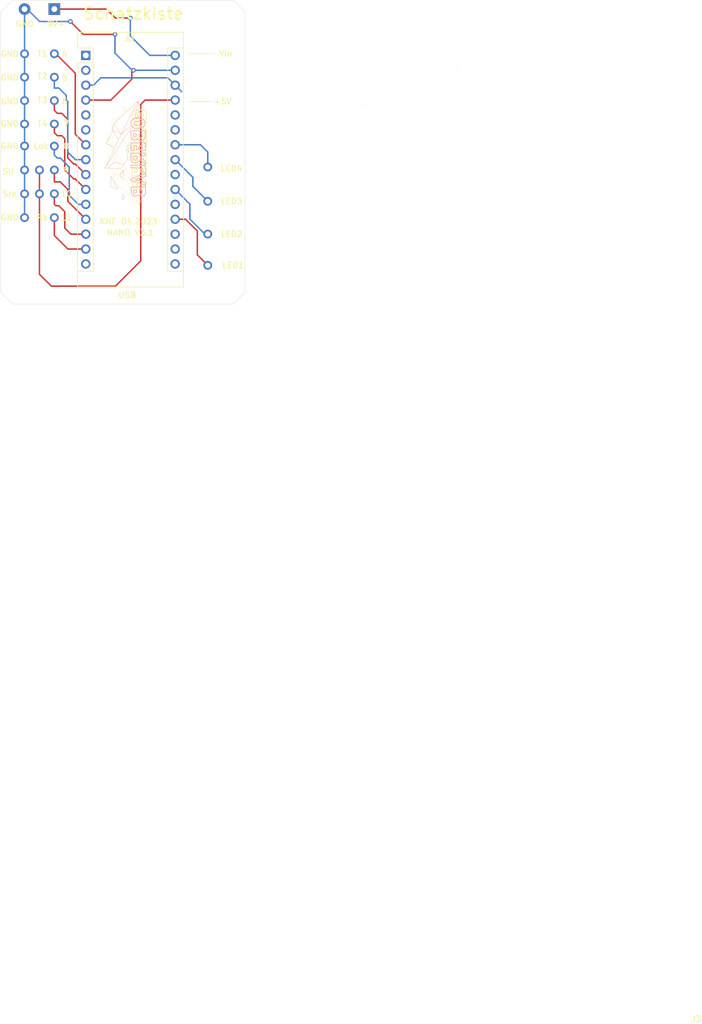
<source format=kicad_pcb>
(kicad_pcb (version 20221018) (generator pcbnew)
  (layers (0 "F.Cu" signal) (31 "B.Cu" signal) (34 "B.Paste" user) (35 "F.Paste" user) (36 "B.SilkS" user "B.Silkscreen") (37 "F.SilkS" user "F.Silkscreen") (38 "B.Mask" user) (39 "F.Mask" user) (44 "Edge.Cuts" user))
  (net 0 "")
  (net 1 "Net-(A1-Pad1)")
  (net 2 "Net-(A1-Pad17)")
  (net 3 "Net-(A1-Pad2)")
  (net 4 "Net-(A1-Pad18)")
  (net 5 "Net-(A1-Pad28)")
  (net 6 "Net-(A1-Pad19)")
  (net 7 "Net-(A1-Pad29)")
  (net 8 "Net-(A1-Pad20)")
  (net 9 "Net-(A1-Pad5)")
  (net 10 "Net-(A1-Pad21)")
  (net 11 "Net-(A1-Pad6)")
  (net 12 "Net-(A1-Pad22)")
  (net 13 "Net-(A1-Pad7)")
  (net 14 "Net-(A1-Pad23)")
  (net 15 "Net-(A1-Pad8)")
  (net 16 "Net-(A1-Pad24)")
  (net 17 "Net-(A1-Pad9)")
  (net 18 "Net-(A1-Pad25)")
  (net 19 "Net-(A1-Pad10)")
  (net 20 "Net-(A1-Pad26)")
  (net 21 "Net-(A1-Pad11)")
  (net 22 "Net-(A1-Pad27)")
  (net 23 "Net-(A1-Pad12)")
  (net 24 "Net-(A1-Pad13)")
  (net 25 "Net-(A1-Pad14)")
  (net 26 "Net-(A1-Pad30)")
  (net 27 "Net-(A1-Pad15)")
  (net 28 "Net-(A1-Pad16)")
  (footprint "Module:Arduino_Nano" (layer "F.Cu") (at 121.951001 312.695001)
    (fp_text reference "A1" (at 7.62 -2.815001) (layer "F.SilkS"))
    (fp_text value "Arduino_Nano_v3.x")
    (fp_line (start -1.4 -3.94) (end -1.4 -1.27) (stroke (width 0.12)) (layer "F.SilkS"))
    (fp_line (start -1.4 1.27) (end -1.4 39.5) (stroke (width 0.12)) (layer "F.SilkS"))
    (fp_line (start -1.4 39.5) (end 16.64 39.5) (stroke (width 0.12)) (layer "F.SilkS"))
    (fp_line (start 1.27 -1.27) (end -1.4 -1.27) (stroke (width 0.12)) (layer "F.SilkS"))
    (fp_line (start 1.27 1.27) (end -1.4 1.27) (stroke (width 0.12)) (layer "F.SilkS"))
    (fp_line (start 1.27 1.27) (end 1.27 -1.27) (stroke (width 0.12)) (layer "F.SilkS"))
    (fp_line (start 1.27 1.27) (end 1.27 36.83) (stroke (width 0.12)) (layer "F.SilkS"))
    (fp_line (start 1.27 36.83) (end -1.4 36.83) (stroke (width 0.12)) (layer "F.SilkS"))
    (fp_line (start 13.97 -1.27) (end 13.97 36.83) (stroke (width 0.12)) (layer "F.SilkS"))
    (fp_line (start 13.97 -1.27) (end 16.64 -1.27) (stroke (width 0.12)) (layer "F.SilkS"))
    (fp_line (start 13.97 36.83) (end 16.64 36.83) (stroke (width 0.12)) (layer "F.SilkS"))
    (fp_line (start 16.64 -3.94) (end -1.4 -3.94) (stroke (width 0.12)) (layer "F.SilkS"))
    (fp_line (start 16.64 39.5) (end 16.64 -3.94) (stroke (width 0.12)) (layer "F.SilkS"))
    (pad "1" thru_hole rect (at 0 0) (size 1.6 1.6) (drill 1) (layers "*.Cu" "*.Mask") (net 1 "Net-(A1-Pad1)"))
    (pad "2" thru_hole oval (at 0 2.54) (size 1.6 1.6) (drill 1) (layers "*.Cu" "*.Mask") (net 3 "Net-(A1-Pad2)"))
    (pad "3" thru_hole oval (at 0 5.08) (size 1.6 1.6) (drill 1) (layers "*.Cu" "*.Mask") (net 5 "Net-(A1-Pad28)"))
    (pad "4" thru_hole oval (at 0 7.62) (size 1.6 1.6) (drill 1) (layers "*.Cu" "*.Mask") (net 7 "Net-(A1-Pad29)"))
    (pad "5" thru_hole oval (at 0 10.16) (size 1.6 1.6) (drill 1) (layers "*.Cu" "*.Mask") (net 9 "Net-(A1-Pad5)"))
    (pad "6" thru_hole oval (at 0 12.7) (size 1.6 1.6) (drill 1) (layers "*.Cu" "*.Mask") (net 11 "Net-(A1-Pad6)"))
    (pad "7" thru_hole oval (at 0 15.24) (size 1.6 1.6) (drill 1) (layers "*.Cu" "*.Mask") (net 13 "Net-(A1-Pad7)"))
    (pad "8" thru_hole oval (at 0 17.78) (size 1.6 1.6) (drill 1) (layers "*.Cu" "*.Mask") (net 15 "Net-(A1-Pad8)"))
    (pad "9" thru_hole oval (at 0 20.32) (size 1.6 1.6) (drill 1) (layers "*.Cu" "*.Mask") (net 17 "Net-(A1-Pad9)"))
    (pad "10" thru_hole oval (at 0 22.86) (size 1.6 1.6) (drill 1) (layers "*.Cu" "*.Mask") (net 19 "Net-(A1-Pad10)"))
    (pad "11" thru_hole oval (at 0 25.4) (size 1.6 1.6) (drill 1) (layers "*.Cu" "*.Mask") (net 21 "Net-(A1-Pad11)"))
    (pad "12" thru_hole oval (at 0 27.94) (size 1.6 1.6) (drill 1) (layers "*.Cu" "*.Mask") (net 23 "Net-(A1-Pad12)"))
    (pad "13" thru_hole oval (at 0 30.48) (size 1.6 1.6) (drill 1) (layers "*.Cu" "*.Mask") (net 24 "Net-(A1-Pad13)"))
    (pad "14" thru_hole oval (at 0 33.02) (size 1.6 1.6) (drill 1) (layers "*.Cu" "*.Mask") (net 25 "Net-(A1-Pad14)"))
    (pad "15" thru_hole oval (at 0 35.56) (size 1.6 1.6) (drill 1) (layers "*.Cu" "*.Mask") (net 27 "Net-(A1-Pad15)"))
    (pad "16" thru_hole oval (at 15.24 35.56) (size 1.6 1.6) (drill 1) (layers "*.Cu" "*.Mask") (net 28 "Net-(A1-Pad16)"))
    (pad "17" thru_hole oval (at 15.24 33.02) (size 1.6 1.6) (drill 1) (layers "*.Cu" "*.Mask") (net 2 "Net-(A1-Pad17)"))
    (pad "18" thru_hole oval (at 15.24 30.48) (size 1.6 1.6) (drill 1) (layers "*.Cu" "*.Mask") (net 4 "Net-(A1-Pad18)"))
    (pad "19" thru_hole oval (at 15.24 27.94) (size 1.6 1.6) (drill 1) (layers "*.Cu" "*.Mask") (net 6 "Net-(A1-Pad19)"))
    (pad "20" thru_hole oval (at 15.24 25.4) (size 1.6 1.6) (drill 1) (layers "*.Cu" "*.Mask") (net 8 "Net-(A1-Pad20)"))
    (pad "21" thru_hole oval (at 15.24 22.86) (size 1.6 1.6) (drill 1) (layers "*.Cu" "*.Mask") (net 10 "Net-(A1-Pad21)"))
    (pad "22" thru_hole oval (at 15.24 20.32) (size 1.6 1.6) (drill 1) (layers "*.Cu" "*.Mask") (net 12 "Net-(A1-Pad22)"))
    (pad "23" thru_hole oval (at 15.24 17.78) (size 1.6 1.6) (drill 1) (layers "*.Cu" "*.Mask") (net 14 "Net-(A1-Pad23)"))
    (pad "24" thru_hole oval (at 15.24 15.24) (size 1.6 1.6) (drill 1) (layers "*.Cu" "*.Mask") (net 16 "Net-(A1-Pad24)"))
    (pad "25" thru_hole oval (at 15.24 12.7) (size 1.6 1.6) (drill 1) (layers "*.Cu" "*.Mask") (net 18 "Net-(A1-Pad25)"))
    (pad "26" thru_hole oval (at 15.24 10.16) (size 1.6 1.6) (drill 1) (layers "*.Cu" "*.Mask") (net 20 "Net-(A1-Pad26)"))
    (pad "27" thru_hole oval (at 15.24 7.62) (size 1.6 1.6) (drill 1) (layers "*.Cu" "*.Mask") (net 22 "Net-(A1-Pad27)"))
    (pad "28" thru_hole oval (at 15.24 5.08) (size 1.6 1.6) (drill 1) (layers "*.Cu" "*.Mask") (net 5 "Net-(A1-Pad28)"))
    (pad "29" thru_hole oval (at 15.24 2.54) (size 1.6 1.6) (drill 1) (layers "*.Cu" "*.Mask") (net 7 "Net-(A1-Pad29)"))
    (pad "30" thru_hole oval (at 15.24 0) (size 1.6 1.6) (drill 1) (layers "*.Cu" "*.Mask") (net 26 "Net-(A1-Pad30)"))
  )
  (footprint "KHF_LIB:9VBAT_khf" (layer "F.Cu") (at 111.506 304.8)
    (fp_text reference "GND" (at 0 2.54) (layer "F.SilkS"))
    (fp_text value "9VBat")
    (pad "1" thru_hole circle (at 0 0) (size 2 2) (drill 1) (layers "*.Cu" "*.Mask") (net 7 "Net-(A1-Pad29)"))
    (pad "2" thru_hole rect (at 5.08 0) (size 2 2) (drill 1) (layers "*.Cu" "*.Mask") (net 26 "Net-(A1-Pad30)"))
  )
  (footprint "!Goody:LP_rund" (layer "F.Cu") (at 142.748 348.488)
    (fp_text reference "LP_rund")
    (fp_text value "LP_rund")
    (pad "1" thru_hole circle (at 0 0) (size 1.5 1.5) (drill 0.9) (layers "*.Cu" "*.Mask") (net 6 "Net-(A1-Pad19)"))
  )
  (footprint "!Goody:LP_rund" (layer "F.Cu") (at 116.586 336.296)
    (fp_text reference "LP_rund")
    (fp_text value "LP_rund")
    (pad "1" thru_hole circle (at 0 0) (size 1.5 1.5) (drill 0.9) (layers "*.Cu" "*.Mask") (net 24 "Net-(A1-Pad13)"))
  )
  (footprint "!Goody:LP_rund" (layer "F.Cu") (at 111.506 312.42)
    (fp_text reference "LP_rund")
    (fp_text value "LP_rund")
    (pad "1" thru_hole circle (at 0 0) (size 1.5 1.5) (drill 0.9) (layers "*.Cu" "*.Mask") (net 7 "Net-(A1-Pad29)"))
  )
  (footprint "!Goody:ob-logo_F.SilkS" (layer "F.Cu") (at 130.048 329.692 90)
    (fp_text reference "G***" hide)
    (fp_text value "LOGO" hide)
    (fp_poly (pts (xy 8.544723 39.045226) (xy 8.608542 39.109045) (xy 8.672361 39.045226) (xy 8.608542 38.981407) (xy 8.544723 39.045226)) (stroke (width 0.01)) (fill solid) (layer "B.SilkS"))
    (fp_line (start -8.55 1) (end -7.225 1.475) (stroke (width 0.05)) (layer "F.SilkS"))
    (fp_line (start -8.55 1) (end -5.65 0.525) (stroke (width 0.05)) (layer "F.SilkS"))
    (fp_line (start -8.55 1) (end -4.65 -3.175) (stroke (width 0.05)) (layer "F.SilkS"))
    (fp_line (start -7.225 1.475) (end -6.4 1.125) (stroke (width 0.05)) (layer "F.SilkS"))
    (fp_line (start -6.15 1.525) (end -5.575 0.725) (stroke (width 0.05)) (layer "F.SilkS"))
    (fp_line (start -5.875 1.15) (end -8.55 1) (stroke (width 0.05)) (layer "F.SilkS"))
    (fp_line (start -5.65 0.525) (end -5.875 1.15) (stroke (width 0.05)) (layer "F.SilkS"))
    (fp_line (start -5.6 1.25) (end -6.15 1.525) (stroke (width 0.05)) (layer "F.SilkS"))
    (fp_line (start -5.6 1.35) (end -5.6 0.65) (stroke (width 0.12)) (layer "F.SilkS"))
    (fp_line (start -5.1 0.65) (end -5.1 1.35) (stroke (width 0.12)) (layer "F.SilkS"))
    (fp_line (start -5.05 0.5) (end -4.725 0.9) (stroke (width 0.05)) (layer "F.SilkS"))
    (fp_line (start -4.725 0.9) (end -5.1 1.075) (stroke (width 0.05)) (layer "F.SilkS"))
    (fp_line (start -4.65 -3.175) (end -3.625 -3.425) (stroke (width 0.05)) (layer "F.SilkS"))
    (fp_line (start -4.65 -3.175) (end -2.9 -1.85) (stroke (width 0.05)) (layer "F.SilkS"))
    (fp_line (start -4.4 0.65) (end -4.4 1.3) (stroke (width 0.12)) (layer "F.SilkS"))
    (fp_line (start -4.2 -0.025) (end 2.9 -4.625) (stroke (width 0.05)) (layer "F.SilkS"))
    (fp_line (start -3.9 0.65) (end -3.9 1.35) (stroke (width 0.12)) (layer "F.SilkS"))
    (fp_line (start -3.625 -3.425) (end -2.9 -1.85) (stroke (width 0.05)) (layer "F.SilkS"))
    (fp_line (start -3.525 -3.25) (end -1.95 -2.35) (stroke (width 0.05)) (layer "F.SilkS"))
    (fp_line (start -3.5 2.25) (end -2.3 2.25) (stroke (width 0.12)) (layer "F.SilkS"))
    (fp_line (start -3.45 -0.2) (end -3.5 2.25) (stroke (width 0.12)) (layer "F.SilkS"))
    (fp_line (start -2.95 0.2) (end -2.7 0.2) (stroke (width 0.12)) (layer "F.SilkS"))
    (fp_line (start -2.95 0.25) (end -2.95 0.7) (stroke (width 0.12)) (layer "F.SilkS"))
    (fp_line (start -2.95 0.7) (end -2.65 0.7) (stroke (width 0.12)) (layer "F.SilkS"))
    (fp_line (start -2.95 1.2) (end -2.95 1.7) (stroke (width 0.12)) (layer "F.SilkS"))
    (fp_line (start -2.95 1.7) (end -2.5 1.7) (stroke (width 0.12)) (layer "F.SilkS"))
    (fp_line (start -2.949999 1.19505) (end -2.549999 1.19505) (stroke (width 0.12)) (layer "F.SilkS"))
    (fp_line (start -2.9 -1.85) (end -8.55 1) (stroke (width 0.05)) (layer "F.SilkS"))
    (fp_line (start -2.9 -1.85) (end -4.375 -0.125) (stroke (width 0.05)) (layer "F.SilkS"))
    (fp_line (start -2.55 -0.186395) (end -3.45 -0.2) (stroke (width 0.12)) (layer "F.SilkS"))
    (fp_line (start -1.45 2.25) (end -1.35 2.25) (stroke (width 0.12)) (layer "F.SilkS"))
    (fp_line (start -1.4 -0.2) (end -1.45 2.25) (stroke (width 0.12)) (layer "F.SilkS"))
    (fp_line (start -1.35 2.25) (end -0.1 2.25) (stroke (width 0.12)) (layer "F.SilkS"))
    (fp_line (start -1.325 -4.425) (end -3.525 -3.25) (stroke (width 0.05)) (layer "F.SilkS"))
    (fp_line (start -1.325 -4.425) (end -0.575 -3) (stroke (width 0.05)) (layer "F.SilkS"))
    (fp_line (start -0.975 -0.225) (end -0.2 -0.825) (stroke (width 0.05)) (layer "F.SilkS"))
    (fp_line (start -0.95 0.3) (end -0.1 0.3) (stroke (width 0.12)) (layer "F.SilkS"))
    (fp_line (start -0.95 0.75) (end -0.95 0.3) (stroke (width 0.12)) (layer "F.SilkS"))
    (fp_line (start -0.95 1.2) (end -0.3 1.2) (stroke (width 0.12)) (layer "F.SilkS"))
    (fp_line (start -0.95 1.75) (end -0.95 1.2) (stroke (width 0.12)) (layer "F.SilkS"))
    (fp_line (start -0.575 -3) (end -2.9 -1.85) (stroke (width 0.05)) (layer "F.SilkS"))
    (fp_line (start -0.575 -3) (end 2.9 -4.625) (stroke (width 0.05)) (layer "F.SilkS"))
    (fp_line (start -0.325 -1) (end -2.15 -0.1) (stroke (width 0.05)) (layer "F.SilkS"))
    (fp_line (start -0.3 0.75) (end -0.95 0.75) (stroke (width 0.12)) (layer "F.SilkS"))
    (fp_line (start -0.3 1.2) (end -0.3 0.75) (stroke (width 0.12)) (layer "F.SilkS"))
    (fp_line (start -0.2 -0.825) (end 0.2 -0.55) (stroke (width 0.05)) (layer "F.SilkS"))
    (fp_line (start -0.1 -0.2) (end -1.4 -0.2) (stroke (width 0.12)) (layer "F.SilkS"))
    (fp_line (start -0.1 0.3) (end -0.1 -0.2) (stroke (width 0.12)) (layer "F.SilkS"))
    (fp_line (start -0.1 1.75) (end -0.95 1.75) (stroke (width 0.12)) (layer "F.SilkS"))
    (fp_line (start -0.1 2.25) (end -0.1 1.75) (stroke (width 0.12)) (layer "F.SilkS"))
    (fp_line (start 0.2 -0.55) (end -0.775 -0.2) (stroke (width 0.05)) (layer "F.SilkS"))
    (fp_line (start 0.35 -0.2) (end 0.35 2.25) (stroke (width 0.12)) (layer "F.SilkS"))
    (fp_line (start 0.35 2.25) (end 0.8 2.25) (stroke (width 0.12)) (layer "F.SilkS"))
    (fp_line (start 0.8 1.3) (end 0.95 1.3) (stroke (width 0.12)) (layer "F.SilkS"))
    (fp_line (start 0.8 2.25) (end 0.8 1.3) (stroke (width 0.12)) (layer "F.SilkS"))
    (fp_line (start 0.85 0.25) (end 0.85 0.8) (stroke (width 0.12)) (layer "F.SilkS"))
    (fp_line (start 0.85 0.8) (end 1.35 0.8) (stroke (width 0.12)) (layer "F.SilkS"))
    (fp_line (start 0.95 1.3) (end 1.7 2.25) (stroke (width 0.12)) (layer "F.SilkS"))
    (fp_line (start 1.3 0.25) (end 0.85 0.25) (stroke (width 0.12)) (layer "F.SilkS"))
    (fp_line (start 1.35 -0.775) (end -0.325 -1) (stroke (width 0.05)) (layer "F.SilkS"))
    (fp_line (start 1.458731 -0.205406) (end 0.35 -0.2) (stroke (width 0.12)) (layer "F.SilkS"))
    (fp_line (start 1.7 2.25) (end 2.1 2.25) (stroke (width 0.12)) (layer "F.SilkS"))
    (fp_line (start 1.8 -3) (end 2.375 -1.5) (stroke (width 0.05)) (layer "F.SilkS"))
    (fp_line (start 2.1 2.25) (end 2.2 2.25) (stroke (width 0.12)) (layer "F.SilkS"))
    (fp_line (start 2.2 2.25) (end 1.5 1.3) (stroke (width 0.12)) (layer "F.SilkS"))
    (fp_line (start 2.375 2.25) (end 2.4 -0.2) (stroke (width 0.12)) (layer "F.SilkS"))
    (fp_line (start 2.4 -0.2) (end 2.85 -0.2) (stroke (width 0.12)) (layer "F.SilkS"))
    (fp_line (start 2.85 -0.2) (end 2.875 1.8) (stroke (width 0.12)) (layer "F.SilkS"))
    (fp_line (start 2.875 1.8) (end 3.625 1.8) (stroke (width 0.12)) (layer "F.SilkS"))
    (fp_line (start 2.9 -4.625) (end 2.975 -1.9) (stroke (width 0.05)) (layer "F.SilkS"))
    (fp_line (start 2.925 -4.225) (end 1.8 -3) (stroke (width 0.05)) (layer "F.SilkS"))
    (fp_line (start 2.975 -1.9) (end 1.35 -0.775) (stroke (width 0.05)) (layer "F.SilkS"))
    (fp_line (start 3.125 -1.45) (end 4.125 -2.125) (stroke (width 0.05)) (layer "F.SilkS"))
    (fp_line (start 3.625 1.8) (end 3.625 2.25) (stroke (width 0.12)) (layer "F.SilkS"))
    (fp_line (start 3.625 2.25) (end 2.375 2.25) (stroke (width 0.12)) (layer "F.SilkS"))
    (fp_line (start 4.125 -2.125) (end 4.825 -1.55) (stroke (width 0.05)) (layer "F.SilkS"))
    (fp_line (start 4.25 -3.6) (end 6.4 -2.475) (stroke (width 0.05)) (layer "F.SilkS"))
    (fp_line (start 4.3 2.275) (end 3.8 2.275) (stroke (width 0.12)) (layer "F.SilkS"))
    (fp_line (start 4.3 2.275) (end 4.55 1.675) (stroke (width 0.12)) (layer "F.SilkS"))
    (fp_line (start 4.55 1.675) (end 5.15 1.675) (stroke (width 0.12)) (layer "F.SilkS"))
    (fp_line (start 4.575 1.275) (end 5.075 1.275) (stroke (width 0.12)) (layer "F.SilkS"))
    (fp_line (start 4.7 -0.175) (end 3.8 2.275) (stroke (width 0.12)) (layer "F.SilkS"))
    (fp_line (start 4.825 -1.55) (end 3.15 -1.45) (stroke (width 0.05)) (layer "F.SilkS"))
    (fp_line (start 4.85 0.525) (end 4.575 1.275) (stroke (width 0.12)) (layer "F.SilkS"))
    (fp_line (start 5.025 -0.175) (end 4.7 -0.175) (stroke (width 0.12)) (layer "F.SilkS"))
    (fp_line (start 5.075 1.275) (end 4.85 0.525) (stroke (width 0.12)) (layer "F.SilkS"))
    (fp_line (start 5.15 1.675) (end 5.4 2.275) (stroke (width 0.12)) (layer "F.SilkS"))
    (fp_line (start 5.4 2.275) (end 5.8 2.275) (stroke (width 0.12)) (layer "F.SilkS"))
    (fp_line (start 5.8 2.275) (end 5.025 -0.175) (stroke (width 0.12)) (layer "F.SilkS"))
    (fp_line (start 6.05 -3.65) (end 4.25 -3.6) (stroke (width 0.05)) (layer "F.SilkS"))
    (fp_line (start 6.075 2.275) (end 7.275 2.275) (stroke (width 0.12)) (layer "F.SilkS"))
    (fp_line (start 6.125 -0.175) (end 6.075 2.275) (stroke (width 0.12)) (layer "F.SilkS"))
    (fp_line (start 6.4 -2.475) (end 6.05 -3.65) (stroke (width 0.05)) (layer "F.SilkS"))
    (fp_line (start 6.625 0.225) (end 6.875 0.225) (stroke (width 0.12)) (layer "F.SilkS"))
    (fp_line (start 6.625 0.275) (end 6.625 0.725) (stroke (width 0.12)) (layer "F.SilkS"))
    (fp_line (start 6.625 0.725) (end 6.925 0.725) (stroke (width 0.12)) (layer "F.SilkS"))
    (fp_line (start 6.625 1.225) (end 6.625 1.725) (stroke (width 0.12)) (layer "F.SilkS"))
    (fp_line (start 6.625 1.725) (end 7.075 1.725) (stroke (width 0.12)) (layer "F.SilkS"))
    (fp_line (start 6.625001 1.22005) (end 7.025001 1.22005) (stroke (width 0.12)) (layer "F.SilkS"))
    (fp_line (start 7.025 -0.161395) (end 6.125 -0.175) (stroke (width 0.12)) (layer "F.SilkS"))
    (fp_line (start 7.35 -1.6) (end 8.35 -1.75) (stroke (width 0.05)) (layer "F.SilkS"))
    (fp_line (start 7.775 -1.275) (end 7.35 -1.6) (stroke (width 0.05)) (layer "F.SilkS"))
    (fp_line (start 8.35 -1.75) (end 7.775 -1.275) (stroke (width 0.05)) (layer "F.SilkS"))
    (fp_arc (start -5.6 0.65) (mid -4.75 -0.2) (end -3.9 0.65) (stroke (width 0.12)) (layer "F.SilkS"))
    (fp_arc (start -5.1 0.65) (mid -4.75 0.3) (end -4.4 0.65) (stroke (width 0.12)) (layer "F.SilkS"))
    (fp_arc (start -4.4 1.35) (mid -4.75 1.7) (end -5.1 1.35) (stroke (width 0.12)) (layer "F.SilkS"))
    (fp_arc (start -3.9 1.35) (mid -4.75 2.2) (end -5.6 1.35) (stroke (width 0.12)) (layer "F.SilkS"))
    (fp_arc (start -2.710634 0.207464) (mid -2.401873 0.419454) (end -2.65 0.7) (stroke (width 0.12)) (layer "F.SilkS"))
    (fp_arc (start -2.55 -0.186395) (mid -1.962048 0.206462) (end -2.100001 0.899999) (stroke (width 0.12)) (layer "F.SilkS"))
    (fp_arc (start -2.549999 1.19505) (mid -2.296291 1.424879) (end -2.500001 1.699999) (stroke (width 0.12)) (layer "F.SilkS"))
    (fp_arc (start -2.123744 0.941063) (mid -1.813346 1.649195) (end -2.300001 2.249999) (stroke (width 0.12)) (layer "F.SilkS"))
    (fp_arc (start 1.349999 0.250001) (mid 1.527075 0.525) (end 1.349999 0.799999) (stroke (width 0.12)) (layer "F.SilkS"))
    (fp_arc (start 1.458731 -0.205406) (mid 1.991844 0.516428) (end 1.474999 1.249999) (stroke (width 0.12)) (layer "F.SilkS"))
    (fp_arc (start 6.864366 0.232464) (mid 7.173127 0.444454) (end 6.925 0.725) (stroke (width 0.12)) (layer "F.SilkS"))
    (fp_arc (start 7.025 -0.161395) (mid 7.612952 0.231462) (end 7.474999 0.924999) (stroke (width 0.12)) (layer "F.SilkS"))
    (fp_arc (start 7.025001 1.22005) (mid 7.278709 1.449879) (end 7.074999 1.724999) (stroke (width 0.12)) (layer "F.SilkS"))
    (fp_arc (start 7.451256 0.966063) (mid 7.761654 1.674195) (end 7.274999 2.274999) (stroke (width 0.12)) (layer "F.SilkS"))
  )
  (footprint "!Goody:ob-logo_B.SilkS" (layer "F.Cu") (at 146.05 323.596 90)
    (fp_text reference "G***" hide)
    (fp_text value "LOGO" hide)
    (fp_line (start -13.775 -17.95) (end -13.2 -17.475) (stroke (width 0.05)) (layer "B.SilkS"))
    (fp_line (start -13.2 -17.475) (end -12.775 -17.8) (stroke (width 0.05)) (layer "B.SilkS"))
    (fp_line (start -12.775 -17.8) (end -13.775 -17.95) (stroke (width 0.05)) (layer "B.SilkS"))
    (fp_line (start -12.45 -16.361395) (end -11.55 -16.375) (stroke (width 0.12)) (layer "B.SilkS"))
    (fp_line (start -12.050001 -14.97995) (end -12.450001 -14.97995) (stroke (width 0.12)) (layer "B.SilkS"))
    (fp_line (start -12.05 -15.975) (end -12.3 -15.975) (stroke (width 0.12)) (layer "B.SilkS"))
    (fp_line (start -12.05 -15.925) (end -12.05 -15.475) (stroke (width 0.12)) (layer "B.SilkS"))
    (fp_line (start -12.05 -15.475) (end -12.35 -15.475) (stroke (width 0.12)) (layer "B.SilkS"))
    (fp_line (start -12.05 -14.975) (end -12.05 -14.475) (stroke (width 0.12)) (layer "B.SilkS"))
    (fp_line (start -12.05 -14.475) (end -12.5 -14.475) (stroke (width 0.12)) (layer "B.SilkS"))
    (fp_line (start -11.825 -18.675) (end -11.475 -19.85) (stroke (width 0.05)) (layer "B.SilkS"))
    (fp_line (start -11.55 -16.375) (end -11.5 -13.925) (stroke (width 0.12)) (layer "B.SilkS"))
    (fp_line (start -11.5 -13.925) (end -12.7 -13.925) (stroke (width 0.12)) (layer "B.SilkS"))
    (fp_line (start -11.475 -19.85) (end -9.675 -19.8) (stroke (width 0.05)) (layer "B.SilkS"))
    (fp_line (start -11.225 -13.925) (end -10.45 -16.375) (stroke (width 0.12)) (layer "B.SilkS"))
    (fp_line (start -10.825 -13.925) (end -11.225 -13.925) (stroke (width 0.12)) (layer "B.SilkS"))
    (fp_line (start -10.575 -14.525) (end -10.825 -13.925) (stroke (width 0.12)) (layer "B.SilkS"))
    (fp_line (start -10.5 -14.925) (end -10.275 -15.675) (stroke (width 0.12)) (layer "B.SilkS"))
    (fp_line (start -10.45 -16.375) (end -10.125 -16.375) (stroke (width 0.12)) (layer "B.SilkS"))
    (fp_line (start -10.275 -15.675) (end -10 -14.925) (stroke (width 0.12)) (layer "B.SilkS"))
    (fp_line (start -10.25 -17.75) (end -8.575 -17.65) (stroke (width 0.05)) (layer "B.SilkS"))
    (fp_line (start -10.125 -16.375) (end -9.225 -13.925) (stroke (width 0.12)) (layer "B.SilkS"))
    (fp_line (start -10 -14.925) (end -10.5 -14.925) (stroke (width 0.12)) (layer "B.SilkS"))
    (fp_line (start -9.975 -14.525) (end -10.575 -14.525) (stroke (width 0.12)) (layer "B.SilkS"))
    (fp_line (start -9.725 -13.925) (end -9.975 -14.525) (stroke (width 0.12)) (layer "B.SilkS"))
    (fp_line (start -9.725 -13.925) (end -9.225 -13.925) (stroke (width 0.12)) (layer "B.SilkS"))
    (fp_line (start -9.675 -19.8) (end -11.825 -18.675) (stroke (width 0.05)) (layer "B.SilkS"))
    (fp_line (start -9.55 -18.325) (end -10.25 -17.75) (stroke (width 0.05)) (layer "B.SilkS"))
    (fp_line (start -9.05 -14.4) (end -9.05 -13.95) (stroke (width 0.12)) (layer "B.SilkS"))
    (fp_line (start -9.05 -13.95) (end -7.8 -13.95) (stroke (width 0.12)) (layer "B.SilkS"))
    (fp_line (start -8.55 -17.65) (end -9.55 -18.325) (stroke (width 0.05)) (layer "B.SilkS"))
    (fp_line (start -8.4 -18.1) (end -6.775 -16.975) (stroke (width 0.05)) (layer "B.SilkS"))
    (fp_line (start -8.35 -20.425) (end -7.225 -19.2) (stroke (width 0.05)) (layer "B.SilkS"))
    (fp_line (start -8.325 -20.825) (end -8.4 -18.1) (stroke (width 0.05)) (layer "B.SilkS"))
    (fp_line (start -8.3 -14.4) (end -9.05 -14.4) (stroke (width 0.12)) (layer "B.SilkS"))
    (fp_line (start -8.275 -16.4) (end -8.3 -14.4) (stroke (width 0.12)) (layer "B.SilkS"))
    (fp_line (start -7.825 -16.4) (end -8.275 -16.4) (stroke (width 0.12)) (layer "B.SilkS"))
    (fp_line (start -7.8 -13.95) (end -7.825 -16.4) (stroke (width 0.12)) (layer "B.SilkS"))
    (fp_line (start -7.625 -13.95) (end -6.925 -14.9) (stroke (width 0.12)) (layer "B.SilkS"))
    (fp_line (start -7.525 -13.95) (end -7.625 -13.95) (stroke (width 0.12)) (layer "B.SilkS"))
    (fp_line (start -7.225 -19.2) (end -7.8 -17.7) (stroke (width 0.05)) (layer "B.SilkS"))
    (fp_line (start -7.125 -13.95) (end -7.525 -13.95) (stroke (width 0.12)) (layer "B.SilkS"))
    (fp_line (start -6.883731 -16.405406) (end -5.775 -16.4) (stroke (width 0.12)) (layer "B.SilkS"))
    (fp_line (start -6.775 -16.975) (end -5.1 -17.2) (stroke (width 0.05)) (layer "B.SilkS"))
    (fp_line (start -6.725 -15.95) (end -6.275 -15.95) (stroke (width 0.12)) (layer "B.SilkS"))
    (fp_line (start -6.375 -14.9) (end -7.125 -13.95) (stroke (width 0.12)) (layer "B.SilkS"))
    (fp_line (start -6.275 -15.95) (end -6.275 -15.4) (stroke (width 0.12)) (layer "B.SilkS"))
    (fp_line (start -6.275 -15.4) (end -6.775 -15.4) (stroke (width 0.12)) (layer "B.SilkS"))
    (fp_line (start -6.225 -14.9) (end -6.375 -14.9) (stroke (width 0.12)) (layer "B.SilkS"))
    (fp_line (start -6.225 -13.95) (end -6.225 -14.9) (stroke (width 0.12)) (layer "B.SilkS"))
    (fp_line (start -5.775 -16.4) (end -5.775 -13.95) (stroke (width 0.12)) (layer "B.SilkS"))
    (fp_line (start -5.775 -13.95) (end -6.225 -13.95) (stroke (width 0.12)) (layer "B.SilkS"))
    (fp_line (start -5.625 -16.75) (end -4.65 -16.4) (stroke (width 0.05)) (layer "B.SilkS"))
    (fp_line (start -5.325 -16.4) (end -4.025 -16.4) (stroke (width 0.12)) (layer "B.SilkS"))
    (fp_line (start -5.325 -15.9) (end -5.325 -16.4) (stroke (width 0.12)) (layer "B.SilkS"))
    (fp_line (start -5.325 -14.45) (end -4.475 -14.45) (stroke (width 0.12)) (layer "B.SilkS"))
    (fp_line (start -5.325 -13.95) (end -5.325 -14.45) (stroke (width 0.12)) (layer "B.SilkS"))
    (fp_line (start -5.225 -17.025) (end -5.625 -16.75) (stroke (width 0.05)) (layer "B.SilkS"))
    (fp_line (start -5.125 -15.45) (end -4.475 -15.45) (stroke (width 0.12)) (layer "B.SilkS"))
    (fp_line (start -5.125 -15) (end -5.125 -15.45) (stroke (width 0.12)) (layer "B.SilkS"))
    (fp_line (start -5.1 -17.2) (end -3.275 -16.3) (stroke (width 0.05)) (layer "B.SilkS"))
    (fp_line (start -4.85 -19.2) (end -8.325 -20.825) (stroke (width 0.05)) (layer "B.SilkS"))
    (fp_line (start -4.85 -19.2) (end -2.525 -18.05) (stroke (width 0.05)) (layer "B.SilkS"))
    (fp_line (start -4.475 -15.9) (end -5.325 -15.9) (stroke (width 0.12)) (layer "B.SilkS"))
    (fp_line (start -4.475 -15.45) (end -4.475 -15.9) (stroke (width 0.12)) (layer "B.SilkS"))
    (fp_line (start -4.475 -15) (end -5.125 -15) (stroke (width 0.12)) (layer "B.SilkS"))
    (fp_line (start -4.475 -14.45) (end -4.475 -15) (stroke (width 0.12)) (layer "B.SilkS"))
    (fp_line (start -4.45 -16.425) (end -5.225 -17.025) (stroke (width 0.05)) (layer "B.SilkS"))
    (fp_line (start -4.1 -20.625) (end -4.85 -19.2) (stroke (width 0.05)) (layer "B.SilkS"))
    (fp_line (start -4.1 -20.625) (end -1.9 -19.45) (stroke (width 0.05)) (layer "B.SilkS"))
    (fp_line (start -4.075 -13.95) (end -5.325 -13.95) (stroke (width 0.12)) (layer "B.SilkS"))
    (fp_line (start -4.025 -16.4) (end -3.975 -13.95) (stroke (width 0.12)) (layer "B.SilkS"))
    (fp_line (start -3.975 -13.95) (end -4.075 -13.95) (stroke (width 0.12)) (layer "B.SilkS"))
    (fp_line (start -2.875 -16.386395) (end -1.975 -16.4) (stroke (width 0.12)) (layer "B.SilkS"))
    (fp_line (start -2.525 -18.05) (end -1.05 -16.325) (stroke (width 0.05)) (layer "B.SilkS"))
    (fp_line (start -2.525 -18.05) (end 3.125 -15.2) (stroke (width 0.05)) (layer "B.SilkS"))
    (fp_line (start -2.475001 -15.00495) (end -2.875001 -15.00495) (stroke (width 0.12)) (layer "B.SilkS"))
    (fp_line (start -2.475 -16) (end -2.725 -16) (stroke (width 0.12)) (layer "B.SilkS"))
    (fp_line (start -2.475 -15.95) (end -2.475 -15.5) (stroke (width 0.12)) (layer "B.SilkS"))
    (fp_line (start -2.475 -15.5) (end -2.775 -15.5) (stroke (width 0.12)) (layer "B.SilkS"))
    (fp_line (start -2.475 -15) (end -2.475 -14.5) (stroke (width 0.12)) (layer "B.SilkS"))
    (fp_line (start -2.475 -14.5) (end -2.925 -14.5) (stroke (width 0.12)) (layer "B.SilkS"))
    (fp_line (start -1.975 -16.4) (end -1.925 -13.95) (stroke (width 0.12)) (layer "B.SilkS"))
    (fp_line (start -1.925 -13.95) (end -3.125 -13.95) (stroke (width 0.12)) (layer "B.SilkS"))
    (fp_line (start -1.9 -19.45) (end -3.475 -18.55) (stroke (width 0.05)) (layer "B.SilkS"))
    (fp_line (start -1.8 -19.625) (end -2.525 -18.05) (stroke (width 0.05)) (layer "B.SilkS"))
    (fp_line (start -1.525 -15.55) (end -1.525 -14.85) (stroke (width 0.12)) (layer "B.SilkS"))
    (fp_line (start -1.225 -16.225) (end -8.325 -20.825) (stroke (width 0.05)) (layer "B.SilkS"))
    (fp_line (start -1.025 -15.55) (end -1.025 -14.9) (stroke (width 0.12)) (layer "B.SilkS"))
    (fp_line (start -0.775 -19.375) (end -2.525 -18.05) (stroke (width 0.05)) (layer "B.SilkS"))
    (fp_line (start -0.775 -19.375) (end -1.8 -19.625) (stroke (width 0.05)) (layer "B.SilkS"))
    (fp_line (start -0.7 -15.3) (end -0.325 -15.125) (stroke (width 0.05)) (layer "B.SilkS"))
    (fp_line (start -0.375 -15.7) (end -0.7 -15.3) (stroke (width 0.05)) (layer "B.SilkS"))
    (fp_line (start -0.325 -15.55) (end -0.325 -14.85) (stroke (width 0.12)) (layer "B.SilkS"))
    (fp_line (start 0.175 -14.95) (end 0.725 -14.675) (stroke (width 0.05)) (layer "B.SilkS"))
    (fp_line (start 0.175 -14.85) (end 0.175 -15.55) (stroke (width 0.12)) (layer "B.SilkS"))
    (fp_line (start 0.225 -15.675) (end 0.45 -15.05) (stroke (width 0.05)) (layer "B.SilkS"))
    (fp_line (start 0.45 -15.05) (end 3.125 -15.2) (stroke (width 0.05)) (layer "B.SilkS"))
    (fp_line (start 0.725 -14.675) (end 0.15 -15.475) (stroke (width 0.05)) (layer "B.SilkS"))
    (fp_line (start 1.8 -14.725) (end 0.975 -15.075) (stroke (width 0.05)) (layer "B.SilkS"))
    (fp_line (start 3.125 -15.2) (end -0.775 -19.375) (stroke (width 0.05)) (layer "B.SilkS"))
    (fp_line (start 3.125 -15.2) (end 0.225 -15.675) (stroke (width 0.05)) (layer "B.SilkS"))
    (fp_line (start 3.125 -15.2) (end 1.8 -14.725) (stroke (width 0.05)) (layer "B.SilkS"))
    (fp_arc (start -12.899999 -15.275001) (mid -13.037952 -15.968538) (end -12.45 -16.361395) (stroke (width 0.12)) (layer "B.SilkS"))
    (fp_arc (start -12.699999 -13.925001) (mid -13.186654 -14.525805) (end -12.876256 -15.233937) (stroke (width 0.12)) (layer "B.SilkS"))
    (fp_arc (start -12.499999 -14.475001) (mid -12.703709 -14.750121) (end -12.450001 -14.97995) (stroke (width 0.12)) (layer "B.SilkS"))
    (fp_arc (start -12.35 -15.475) (mid -12.598127 -15.755546) (end -12.289366 -15.967536) (stroke (width 0.12)) (layer "B.SilkS"))
    (fp_arc (start -6.899999 -14.950001) (mid -7.416844 -15.683572) (end -6.883731 -16.405406) (stroke (width 0.12)) (layer "B.SilkS"))
    (fp_arc (start -6.774999 -15.400001) (mid -6.952075 -15.675) (end -6.774999 -15.949999) (stroke (width 0.12)) (layer "B.SilkS"))
    (fp_arc (start -3.324999 -15.300001) (mid -3.462952 -15.993538) (end -2.875 -16.386395) (stroke (width 0.12)) (layer "B.SilkS"))
    (fp_arc (start -3.124999 -13.950001) (mid -3.611654 -14.550805) (end -3.301256 -15.258937) (stroke (width 0.12)) (layer "B.SilkS"))
    (fp_arc (start -2.924999 -14.500001) (mid -3.128709 -14.775121) (end -2.875001 -15.00495) (stroke (width 0.12)) (layer "B.SilkS"))
    (fp_arc (start -2.775 -15.5) (mid -3.023127 -15.780546) (end -2.714366 -15.992536) (stroke (width 0.12)) (layer "B.SilkS"))
    (fp_arc (start -1.525 -15.55) (mid -0.675 -16.4) (end 0.175 -15.55) (stroke (width 0.12)) (layer "B.SilkS"))
    (fp_arc (start -1.025 -15.55) (mid -0.675 -15.9) (end -0.325 -15.55) (stroke (width 0.12)) (layer "B.SilkS"))
    (fp_arc (start -0.325 -14.85) (mid -0.675 -14.5) (end -1.025 -14.85) (stroke (width 0.12)) (layer "B.SilkS"))
    (fp_arc (start 0.175 -14.85) (mid -0.675 -14) (end -1.525 -14.85) (stroke (width 0.12)) (layer "B.SilkS"))
    (fp_poly (pts (xy 8.544723 39.045226) (xy 8.608542 39.109045) (xy 8.672361 39.045226) (xy 8.608542 38.981407) (xy 8.544723 39.045226)) (stroke (width 0.01)) (fill solid) (layer "B.SilkS"))
  )
  (footprint "!Goody:LP_rund" (layer "F.Cu") (at 142.748 343.154)
    (fp_text reference "LP_rund")
    (fp_text value "LP_rund")
    (pad "1" thru_hole circle (at 0 0) (size 1.5 1.5) (drill 0.9) (layers "*.Cu" "*.Mask") (net 10 "Net-(A1-Pad21)"))
  )
  (footprint "!Goody:LP_rund" (layer "F.Cu") (at 111.506 340.36)
    (fp_text reference "LP_rund")
    (fp_text value "LP_rund")
    (pad "1" thru_hole circle (at 0 0) (size 1.5 1.5) (drill 0.9) (layers "*.Cu" "*.Mask") (net 7 "Net-(A1-Pad29)"))
  )
  (footprint "" (layer "F.Cu") (at 112.268 348.488)
    (fp_text reference "" (at 114.046 123.444) (layer "F.SilkS") (effects (font (size 1.27 1.27))))
    (fp_text value "" (at 114.046 123.444) (layer "F.SilkS") (effects (font (size 1.27 1.27))))
    (fp_text user "J3" (at 113.792 128.524 -180) (layer "F.SilkS"))
  )
  (footprint "!Goody:LP_rund" (layer "F.Cu") (at 116.586 312.42)
    (fp_text reference "LP_rund")
    (fp_text value "LP_rund")
    (pad "1" thru_hole circle (at 0 0) (size 1.5 1.5) (drill 0.9) (layers "*.Cu" "*.Mask") (net 13 "Net-(A1-Pad7)"))
  )
  (footprint "!Goody:LP_rund" (layer "F.Cu") (at 116.586 332.232)
    (fp_text reference "LP_rund")
    (fp_text value "LP_rund")
    (pad "1" thru_hole circle (at 0 0) (size 1.5 1.5) (drill 0.9) (layers "*.Cu" "*.Mask") (net 23 "Net-(A1-Pad12)"))
  )
  (footprint "!Goody:LP_rund" (layer "F.Cu") (at 116.586 340.36)
    (fp_text reference "LP_rund")
    (fp_text value "LP_rund")
    (pad "1" thru_hole circle (at 0 0) (size 1.5 1.5) (drill 0.9) (layers "*.Cu" "*.Mask") (net 25 "Net-(A1-Pad14)"))
  )
  (footprint "!Goody:LP_rund" (layer "F.Cu") (at 111.506 335.13486)
    (fp_text reference "LP_rund")
    (fp_text value "LP_rund")
    (pad "1" thru_hole circle (at 0 -2.90286) (size 1.5 1.5) (drill 0.9) (layers "*.Cu" "*.Mask") (net 7 "Net-(A1-Pad29)"))
  )
  (footprint "!Goody:LP_rund" (layer "F.Cu") (at 111.506 330.2)
    (fp_text reference "LP_rund")
    (fp_text value "LP_rund")
    (pad "1" thru_hole circle (at 0 -5.805716) (size 1.5 1.5) (drill 0.9) (layers "*.Cu" "*.Mask") (net 7 "Net-(A1-Pad29)"))
  )
  (footprint "!Goody:LP_rund" (layer "F.Cu") (at 116.586 325.12)
    (fp_text reference "LP_rund")
    (fp_text value "LP_rund")
    (pad "1" thru_hole circle (at 0 -8.708572) (size 1.5 1.5) (drill 0.9) (layers "*.Cu" "*.Mask") (net 15 "Net-(A1-Pad8)"))
  )
  (footprint "!Goody:LP_rund" (layer "F.Cu") (at 142.748 331.724)
    (fp_text reference "LP_rund")
    (fp_text value "LP_rund")
    (pad "1" thru_hole circle (at 0 0) (size 1.5 1.5) (drill 0.9) (layers "*.Cu" "*.Mask") (net 16 "Net-(A1-Pad24)"))
  )
  (footprint "!Goody:LP_rund" (layer "F.Cu") (at 111.506 336.296)
    (fp_text reference "LP_rund")
    (fp_text value "LP_rund")
    (pad "1" thru_hole circle (at 0 0) (size 1.5 1.5) (drill 0.9) (layers "*.Cu" "*.Mask") (net 7 "Net-(A1-Pad29)"))
  )
  (footprint "!Goody:LP_rund" (layer "F.Cu") (at 116.586 324.394284)
    (fp_text reference "LP_rund")
    (fp_text value "LP_rund")
    (pad "1" thru_hole circle (at 0 0) (size 1.5 1.5) (drill 0.9) (layers "*.Cu" "*.Mask") (net 19 "Net-(A1-Pad10)"))
  )
  (footprint "!Goody:LP_rund" (layer "F.Cu") (at 116.586 327.66)
    (fp_text reference "LP_rund")
    (fp_text value "LP_rund")
    (pad "1" thru_hole circle (at 0 -7.257144) (size 1.5 1.5) (drill 0.9) (layers "*.Cu" "*.Mask") (net 17 "Net-(A1-Pad9)"))
  )
  (footprint "!Goody:LP_rund" (layer "F.Cu") (at 116.586 328.168)
    (fp_text reference "LP_rund")
    (fp_text value "LP_rund")
    (pad "1" thru_hole circle (at 0 0) (size 1.5 1.5) (drill 0.9) (layers "*.Cu" "*.Mask") (net 21 "Net-(A1-Pad11)"))
  )
  (footprint "!Goody:LP_rund" (layer "F.Cu") (at 114.046 336.296)
    (fp_text reference "LP_rund")
    (fp_text value "LP_rund")
    (pad "1" thru_hole circle (at 0 0) (size 1.5 1.5) (drill 0.9) (layers "*.Cu" "*.Mask") (net 22 "Net-(A1-Pad27)"))
  )
  (footprint "!Goody:LP_rund" (layer "F.Cu") (at 114.046 332.232)
    (fp_text reference "LP_rund")
    (fp_text value "LP_rund")
    (pad "1" thru_hole circle (at 0 0) (size 1.5 1.5) (drill 0.9) (layers "*.Cu" "*.Mask") (net 22 "Net-(A1-Pad27)"))
  )
  (footprint "!Goody:LP_rund" (layer "F.Cu") (at 111.506 327.66)
    (fp_text reference "LP_rund")
    (fp_text value "LP_rund")
    (pad "1" thru_hole circle (at 0 -7.257144) (size 1.5 1.5) (drill 0.9) (layers "*.Cu" "*.Mask") (net 7 "Net-(A1-Pad29)"))
  )
  (footprint "!Goody:LP_rund" (layer "F.Cu") (at 111.506 332.486)
    (fp_text reference "LP_rund")
    (fp_text value "LP_rund")
    (pad "1" thru_hole circle (at 0 -4.354288) (size 1.5 1.5) (drill 0.9) (layers "*.Cu" "*.Mask") (net 7 "Net-(A1-Pad29)"))
  )
  (footprint "!Goody:LP_rund" (layer "F.Cu") (at 111.506 318.008)
    (fp_text reference "LP_rund")
    (fp_text value "LP_rund")
    (pad "1" thru_hole circle (at 0 -1.596572) (size 1.5 1.5) (drill 0.9) (layers "*.Cu" "*.Mask") (net 7 "Net-(A1-Pad29)"))
  )
  (footprint "!Goody:LP_rund" (layer "F.Cu") (at 142.748 337.566)
    (fp_text reference "LP_rund")
    (fp_text value "LP_rund")
    (pad "1" thru_hole circle (at 0 0) (size 1.5 1.5) (drill 0.9) (layers "*.Cu" "*.Mask") (net 14 "Net-(A1-Pad23)"))
  )
  (gr_line (start 139.7 320.548) (end 143.51 320.548) (stroke (width 0.12)) (layer "F.SilkS"))
  (gr_line (start 139.446 312.42) (end 144.018 312.42) (stroke (width 0.12)) (layer "F.SilkS"))
  (gr_line (start 107.442 353.06) (end 107.442 305.308) (stroke (width 0.05)) (layer "Edge.Cuts"))
  (gr_line (start 109.474 303.276) (end 147.066 303.276) (stroke (width 0.05)) (layer "Edge.Cuts"))
  (gr_line (start 147.066 355.092) (end 109.474 355.092) (stroke (width 0.05)) (layer "Edge.Cuts"))
  (gr_line (start 147.066 355.092) (end 149.098 353.06) (stroke (width 0.05)) (layer "Edge.Cuts"))
  (gr_line (start 149.098 305.308) (end 147.066 303.276) (stroke (width 0.05)) (layer "Edge.Cuts"))
  (gr_line (start 149.098 305.308) (end 149.098 353.06) (stroke (width 0.05)) (layer "Edge.Cuts"))
  (gr_line (start 107.442 305.308) (end 109.474 303.276) (stroke (width 0.05)) (layer "Edge.Cuts"))
  (gr_line (start 107.442 353.06) (end 109.474 355.092) (stroke (width 0.05)) (layer "Edge.Cuts"))
  (gr_text "11" (at 118.618 340.36) (layer "F.SilkS") (effects (font (size 1 1))))
  (gr_text "8" (at 118.618 328.168) (layer "F.SilkS") (effects (font (size 1 1))))
  (gr_text "6" (at 118.364 320.548) (layer "F.SilkS") (effects (font (size 1 1))))
  (gr_text "5" (at 118.364 316.484) (layer "F.SilkS") (effects (font (size 1 1))))
  (gr_text "10" (at 118.618 336.296) (layer "F.SilkS") (effects (font (size 1 1))))
  (gr_text "9" (at 118.618 332.232) (layer "F.SilkS") (effects (font (size 1 1))))
  (gr_text "7" (at 118.618 324.358) (layer "F.SilkS") (effects (font (size 1 1))))
  (gr_text "Vin" (at 145.796 312.42) (layer "F.SilkS") (effects (font (size 1 1))))
  (gr_text "LED2" (at 146.812 343.154) (layer "F.SilkS") (effects (font (size 1 1))))
  (gr_text "LED4" (at 146.812 331.978) (layer "F.SilkS") (effects (font (size 1 1))))
  (gr_text "LED3" (at 146.812 337.566) (layer "F.SilkS") (effects (font (size 1 1))))
  (gr_text "+5V" (at 145.288 320.548) (layer "F.SilkS") (effects (font (size 1 1))))
  (gr_text "LED1" (at 147.066 348.488) (layer "F.SilkS") (effects (font (size 1 1))))
  (gr_text "USB" (at 129.032 353.568) (layer "F.SilkS") (effects (font (size 1 1))))
  (gr_text "9V+" (at 116.84 307.34) (layer "F.SilkS") (effects (font (size 1 1))))
  (gr_text "Lok" (at 114.3 328.168) (layer "F.SilkS") (effects (font (size 1 1))))
  (gr_text "GND" (at 108.966 320.548) (layer "F.SilkS") (effects (font (size 1 1))))
  (gr_text "T4" (at 114.554 324.358) (layer "F.SilkS") (effects (font (size 1 1))))
  (gr_text "GND" (at 108.966 316.484) (layer "F.SilkS") (effects (font (size 1 1))))
  (gr_text "GND" (at 108.966 328.168) (layer "F.SilkS") (effects (font (size 1 1))))
  (gr_text "KHF 04.2023" (at 129.22 341.01) (layer "F.SilkS") (effects (font (size 1 1))))
  (gr_text "Sli" (at 108.712 332.486) (layer "F.SilkS") (effects (font (size 1 1))))
  (gr_text "NANO V3.1" (at 129.54 342.9) (layer "F.SilkS") (effects (font (size 1 1))))
  (gr_text "T3" (at 114.554 320.294) (layer "F.SilkS") (effects (font (size 1 1))))
  (gr_text "Sre" (at 108.966 336.296) (layer "F.SilkS") (effects (font (size 1 1))))
  (gr_text "T1" (at 114.554 312.42) (layer "F.SilkS") (effects (font (size 1 1))))
  (gr_text "Rk" (at 114.554 340.36) (layer "F.SilkS") (effects (font (size 1 1))))
  (gr_text "GND" (at 108.966 324.358) (layer "F.SilkS") (effects (font (size 1 1))))
  (gr_text "Schatzkiste" (at 130.048 305.562) (layer "F.SilkS") (effects (font (size 2 2) (thickness 0.3))))
  (gr_text "T2\n" (at 114.554 316.23) (layer "F.SilkS") (effects (font (size 1 1))))
  (gr_text "GND" (at 108.966 312.42) (layer "F.SilkS") (effects (font (size 1 1))))
  (gr_text "4" (at 118.364 312.42) (layer "F.SilkS") (effects (font (size 1 1))))
  (gr_text "GND" (at 108.966 340.36) (layer "F.SilkS") (effects (font (size 1 1))))
  (segment (start 135.936 316.52) (end 137.191001 317.775001) (width 0.25) (layer "B.Cu") (net 5))
  (segment (start 124.51 316.52) (end 135.936 316.52) (width 0.25) (layer "B.Cu") (net 5))
  (segment (start 123.254999 317.775001) (end 124.51 316.52) (width 0.25) (layer "B.Cu") (net 5))
  (segment (start 138.316002 318.900002) (end 137.191001 317.775001) (width 0.25) (layer "B.Cu") (net 5))
  (segment (start 121.951001 317.775001) (end 123.254999 317.775001) (width 0.25) (layer "B.Cu") (net 5))
  (segment (start 137.191001 340.635001) (end 138.959001 340.635001) (width 0.25) (layer "F.Cu") (net 6))
  (segment (start 140.97 346.71) (end 142.748 348.488) (width 0.25) (layer "F.Cu") (net 6))
  (segment (start 138.959001 340.635001) (end 140.97 342.646) (width 0.25) (layer "F.Cu") (net 6))
  (segment (start 140.97 342.646) (end 140.97 346.71) (width 0.25) (layer "F.Cu") (net 6))
  (segment (start 129.794 315.510002) (end 130.069001 315.235001) (width 0.25) (layer "F.Cu") (net 7))
  (segment (start 121.951001 320.315001) (end 126.216999 320.315001) (width 0.25) (layer "F.Cu") (net 7))
  (segment (start 129.794 316.738) (end 129.794 315.510002) (width 0.25) (layer "F.Cu") (net 7))
  (segment (start 126.216999 320.315001) (end 129.794 316.738) (width 0.25) (layer "F.Cu") (net 7))
  (segment (start 121.51 309.11) (end 119.32 306.92) (width 0.25) (layer "F.Cu") (net 7))
  (segment (start 126.92 309.11) (end 121.51 309.11) (width 0.25) (layer "F.Cu") (net 7))
  (via (at 119.32 306.92) (size 0.8) (drill 0.4) (layers "F.Cu" "B.Cu") (net 7))
  (via (at 130.069001 315.235001) (size 0.8) (drill 0.4) (layers "F.Cu" "B.Cu") (net 7))
  (via (at 126.92 309.11) (size 0.8) (drill 0.4) (layers "F.Cu" "B.Cu") (net 7))
  (segment (start 129.855001 315.235001) (end 126.92 312.3) (width 0.25) (layer "B.Cu") (net 7))
  (segment (start 111.506 330.2) (end 111.506 332.74) (width 0.25) (layer "B.Cu") (net 7))
  (segment (start 111.506 325.12) (end 111.506 327.66) (width 0.25) (layer "B.Cu") (net 7))
  (segment (start 111.506 312.42) (end 111.506 314.96) (width 0.25) (layer "B.Cu") (net 7))
  (segment (start 111.95 304.8) (end 111.506 304.8) (width 0.25) (layer "B.Cu") (net 7))
  (segment (start 130.069001 315.235001) (end 129.855001 315.235001) (width 0.25) (layer "B.Cu") (net 7))
  (segment (start 111.506 317.5) (end 111.506 320.04) (width 0.25) (layer "B.Cu") (net 7))
  (segment (start 111.506 327.66) (end 111.506 330.2) (width 0.25) (layer "B.Cu") (net 7))
  (segment (start 126.92 312.3) (end 126.92 309.11) (width 0.25) (layer "B.Cu") (net 7))
  (segment (start 111.506 308.864) (end 111.506 312.42) (width 0.25) (layer "B.Cu") (net 7))
  (segment (start 119.32 306.92) (end 114.07 306.92) (width 0.25) (layer "B.Cu") (net 7))
  (segment (start 111.506 332.74) (end 111.506 335.28) (width 0.25) (layer "B.Cu") (net 7))
  (segment (start 111.506 304.8) (end 111.506 308.864) (width 0.25) (layer "B.Cu") (net 7))
  (segment (start 137.191001 315.235001) (end 130.069001 315.235001) (width 0.25) (layer "B.Cu") (net 7))
  (segment (start 114.07 306.92) (end 111.95 304.8) (width 0.25) (layer "B.Cu") (net 7))
  (segment (start 111.506 314.96) (end 111.506 317.5) (width 0.25) (layer "B.Cu") (net 7))
  (segment (start 111.506 337.82) (end 111.506 340.36) (width 0.25) (layer "B.Cu") (net 7))
  (segment (start 111.506 320.04) (end 111.506 322.58) (width 0.25) (layer "B.Cu") (net 7))
  (segment (start 111.506 322.58) (end 111.506 325.12) (width 0.25) (layer "B.Cu") (net 7))
  (segment (start 111.506 335.28) (end 111.506 337.82) (width 0.25) (layer "B.Cu") (net 7))
  (segment (start 142.748 343.154) (end 142.748 342.575002) (width 0.25) (layer "F.Cu") (net 10))
  (segment (start 137.191001 335.555001) (end 139.7 338.064) (width 0.25) (layer "B.Cu") (net 10))
  (segment (start 139.7 340.614) (end 142.24 343.154) (width 0.25) (layer "B.Cu") (net 10))
  (segment (start 142.24 343.154) (end 142.748 343.154) (width 0.25) (layer "B.Cu") (net 10))
  (segment (start 139.7 338.064) (end 139.7 340.614) (width 0.25) (layer "B.Cu") (net 10))
  (segment (start 120.152 315.732) (end 116.84 312.42) (width 0.25) (layer "F.Cu") (net 13))
  (segment (start 120.152 326.136) (end 120.152 315.732) (width 0.25) (layer "F.Cu") (net 13))
  (segment (start 121.951001 327.935001) (end 120.152 326.136) (width 0.25) (layer "F.Cu") (net 13))
  (segment (start 116.84 312.42) (end 116.586 312.42) (width 0.25) (layer "F.Cu") (net 13))
  (segment (start 140.208 333.492) (end 140.208 335.026) (width 0.25) (layer "B.Cu") (net 14))
  (segment (start 140.208 335.026) (end 142.748 337.566) (width 0.25) (layer "B.Cu") (net 14))
  (segment (start 137.191001 330.475001) (end 140.208 333.492) (width 0.25) (layer "B.Cu") (net 14))
  (segment (start 118.872 329.184) (end 118.872 320.548) (width 0.25) (layer "B.Cu") (net 15))
  (segment (start 118.872 320.548) (end 118.618 320.294) (width 0.25) (layer "B.Cu") (net 15))
  (segment (start 118.618 320.294) (end 118.618 319.532) (width 0.25) (layer "B.Cu") (net 15))
  (segment (start 116.586 316.411428) (end 116.586 318.262) (width 0.25) (layer "B.Cu") (net 15))
  (segment (start 118.618 319.532) (end 117.348 318.262) (width 0.25) (layer "B.Cu") (net 15))
  (segment (start 121.951001 330.475001) (end 120.163001 330.475001) (width 0.25) (layer "B.Cu") (net 15))
  (segment (start 120.163001 330.475001) (end 118.872 329.184) (width 0.25) (layer "B.Cu") (net 15))
  (segment (start 116.586 318.262) (end 117.348 318.262) (width 0.25) (layer "B.Cu") (net 15))
  (segment (start 142.748 331.724) (end 142.748 329.184) (width 0.25) (layer "B.Cu") (net 16))
  (segment (start 141.499001 327.935001) (end 137.191001 327.935001) (width 0.25) (layer "B.Cu") (net 16))
  (segment (start 142.748 329.184) (end 141.499001 327.935001) (width 0.25) (layer "B.Cu") (net 16))
  (segment (start 118.872 323.596) (end 117.856 322.58) (width 0.25) (layer "F.Cu") (net 17))
  (segment (start 120.152 331.216) (end 119.888 331.216) (width 0.25) (layer "F.Cu") (net 17))
  (segment (start 117.856 322.58) (end 117.094 322.58) (width 0.25) (layer "F.Cu") (net 17))
  (segment (start 121.951001 333.015001) (end 120.152 331.216) (width 0.25) (layer "F.Cu") (net 17))
  (segment (start 118.872 330.2) (end 118.872 323.596) (width 0.25) (layer "F.Cu") (net 17))
  (segment (start 117.094 322.58) (end 116.586 322.072) (width 0.25) (layer "F.Cu") (net 17))
  (segment (start 116.586 322.072) (end 116.586 320.402856) (width 0.25) (layer "F.Cu") (net 17))
  (segment (start 119.888 331.216) (end 118.872 330.2) (width 0.25) (layer "F.Cu") (net 17))
  (segment (start 118.364 332.232) (end 118.364 326.898) (width 0.25) (layer "F.Cu") (net 19))
  (segment (start 121.951001 335.555001) (end 120.152 333.756) (width 0.25) (layer "F.Cu") (net 19))
  (segment (start 118.364 326.898) (end 117.856 326.39) (width 0.25) (layer "F.Cu") (net 19))
  (segment (start 116.65 325.174) (end 116.65 325.13) (width 0.25) (layer "F.Cu") (net 19))
  (segment (start 119.888 333.756) (end 118.364 332.232) (width 0.25) (layer "F.Cu") (net 19))
  (segment (start 116.586 325.882) (end 116.586 324.394284) (width 0.25) (layer "F.Cu") (net 19))
  (segment (start 117.856 326.39) (end 117.094 326.39) (width 0.25) (layer "F.Cu") (net 19))
  (segment (start 117.094 326.39) (end 116.586 325.882) (width 0.25) (layer "F.Cu") (net 19))
  (segment (start 120.152 333.756) (end 119.888 333.756) (width 0.25) (layer "F.Cu") (net 19))
  (segment (start 116.65 327.714) (end 116.65 327.67) (width 0.25) (layer "F.Cu") (net 21))
  (segment (start 117.094 330.2) (end 116.586 329.692) (width 0.25) (layer "B.Cu") (net 21))
  (segment (start 117.602 330.2) (end 117.094 330.2) (width 0.25) (layer "B.Cu") (net 21))
  (segment (start 121.951001 338.095001) (end 120.671001 338.095001) (width 0.25) (layer "B.Cu") (net 21))
  (segment (start 116.586 329.692) (end 116.586 328.168) (width 0.25) (layer "B.Cu") (net 21))
  (segment (start 120.671001 338.095001) (end 119.126 336.55) (width 0.25) (layer "B.Cu") (net 21))
  (segment (start 119.126 336.55) (end 119.126 331.724) (width 0.25) (layer "B.Cu") (net 21))
  (segment (start 119.126 331.724) (end 117.602 330.2) (width 0.25) (layer "B.Cu") (net 21))
  (segment (start 131.318 321.056) (end 132.058999 320.315001) (width 0.25) (layer "F.Cu") (net 22))
  (segment (start 114.046 336.296) (end 114.046 350.012) (width 0.25) (layer "F.Cu") (net 22))
  (segment (start 116.078 352.044) (end 127 352.044) (width 0.25) (layer "F.Cu") (net 22))
  (segment (start 114.046 332.232) (end 114.046 336.296) (width 0.25) (layer "F.Cu") (net 22))
  (segment (start 131.318 347.726) (end 131.318 321.056) (width 0.25) (layer "F.Cu") (net 22))
  (segment (start 114.046 350.012) (end 116.078 352.044) (width 0.25) (layer "F.Cu") (net 22))
  (segment (start 127 352.044) (end 131.318 347.726) (width 0.25) (layer "F.Cu") (net 22))
  (segment (start 132.058999 320.315001) (end 137.191001 320.315001) (width 0.25) (layer "F.Cu") (net 22))
  (segment (start 121.951001 340.635001) (end 118.882 337.566) (width 0.25) (layer "F.Cu") (net 23))
  (segment (start 118.882 337.566) (end 118.882 335.544) (width 0.25) (layer "F.Cu") (net 23))
  (segment (start 118.882 335.544) (end 117.602 334.264) (width 0.25) (layer "F.Cu") (net 23))
  (segment (start 116.586 334.264) (end 116.586 332.232) (width 0.25) (layer "F.Cu") (net 23))
  (segment (start 117.602 334.264) (end 116.586 334.264) (width 0.25) (layer "F.Cu") (net 23))
  (segment (start 121.951001 343.175001) (end 119.401001 343.175001) (width 0.25) (layer "F.Cu") (net 24))
  (segment (start 116.84 338.328) (end 116.586 338.074) (width 0.25) (layer "F.Cu") (net 24))
  (segment (start 116.586 338.074) (end 116.586 336.296) (width 0.25) (layer "F.Cu") (net 24))
  (segment (start 118.364 342.138) (end 118.364 339.344) (width 0.25) (layer "F.Cu") (net 24))
  (segment (start 119.401001 343.175001) (end 118.364 342.138) (width 0.25) (layer "F.Cu") (net 24))
  (segment (start 118.364 339.344) (end 117.348 338.328) (width 0.25) (layer "F.Cu") (net 24))
  (segment (start 117.348 338.328) (end 116.84 338.328) (width 0.25) (layer "F.Cu") (net 24))
  (segment (start 116.586 343.408) (end 116.586 340.36) (width 0.25) (layer "F.Cu") (net 25))
  (segment (start 118.893001 345.715001) (end 116.586 343.408) (width 0.25) (layer "F.Cu") (net 25))
  (segment (start 121.951001 345.715001) (end 118.893001 345.715001) (width 0.25) (layer "F.Cu") (net 25))
  (segment (start 125.476 304.8) (end 127 306.324) (width 0.25) (layer "F.Cu") (net 26))
  (segment (start 127 306.324) (end 129.54 306.324) (width 0.25) (layer "F.Cu") (net 26))
  (segment (start 116.586 304.8) (end 125.476 304.8) (width 0.25) (layer "F.Cu") (net 26))
  (via (at 129.54 306.324) (size 0.8) (drill 0.4) (layers "F.Cu" "B.Cu") (net 26))
  (segment (start 132.863001 312.695001) (end 129.54 309.372) (width 0.25) (layer "B.Cu") (net 26))
  (segment (start 129.54 309.372) (end 129.54 306.324) (width 0.25) (layer "B.Cu") (net 26))
  (segment (start 137.191001 312.695001) (end 132.863001 312.695001) (width 0.25) (layer "B.Cu") (net 26))
)
</source>
